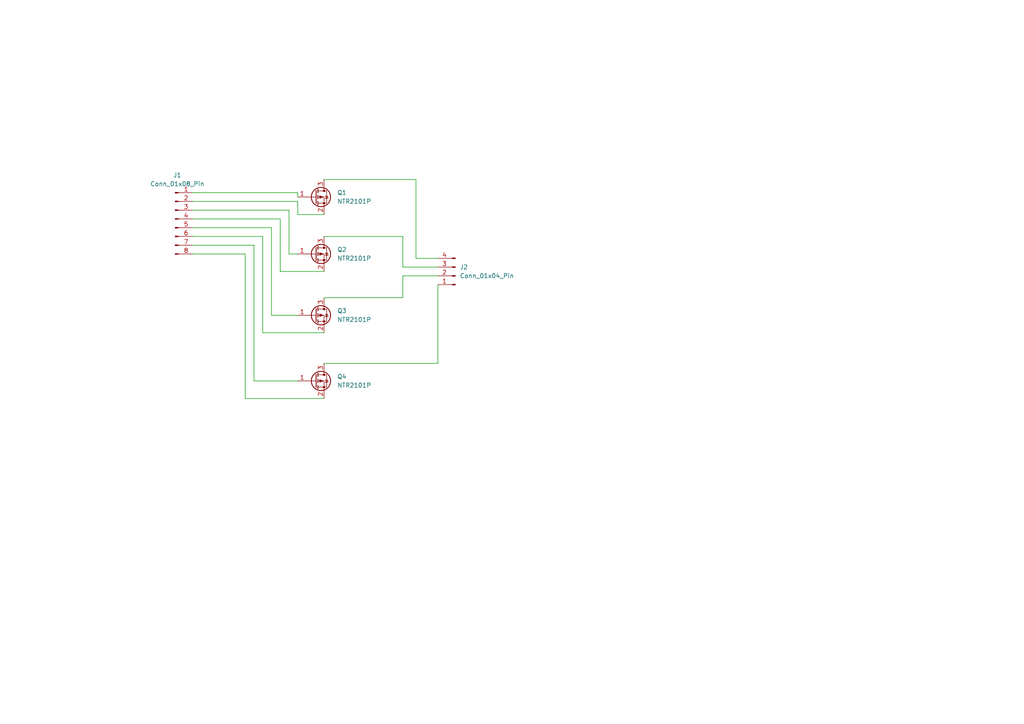
<source format=kicad_sch>
(kicad_sch (version 20250114) (generator "eeschema") (generator_version "9.0")
  (paper "A4")
  (lib_symbols
    (symbol "Connector:Conn_01x04_Pin" (pin_names (offset 1.016) (hide yes))
      (property "Reference" "J" (at 0 5.08 0))
      (property "Value" "Conn_01x04_Pin" (at 0 -7.62 0))
      (symbol "Conn_01x04_Pin_1_1"
        (rectangle (start 0.8636 2.667) (end 0 2.413) (stroke (width 0.1524)) (fill (type outline)))
        (rectangle (start 0.8636 0.127) (end 0 -0.127) (stroke (width 0.1524)) (fill (type outline)))
        (rectangle (start 0.8636 -2.413) (end 0 -2.667) (stroke (width 0.1524)) (fill (type outline)))
        (rectangle (start 0.8636 -4.953) (end 0 -5.207) (stroke (width 0.1524)) (fill (type outline)))
        (polyline (pts (xy 1.27 2.54) (xy 0.8636 2.54)) (stroke (width 0.1524)))
        (polyline (pts (xy 1.27 0) (xy 0.8636 0)) (stroke (width 0.1524)))
        (polyline (pts (xy 1.27 -2.54) (xy 0.8636 -2.54)) (stroke (width 0.1524)))
        (polyline (pts (xy 1.27 -5.08) (xy 0.8636 -5.08)) (stroke (width 0.1524)))
        (pin passive line (at 5.08 2.54 180) (length 3.81) (name "Pin_1") (number "1"))
        (pin passive line (at 5.08 0 180) (length 3.81) (name "Pin_2") (number "2"))
        (pin passive line (at 5.08 -2.54 180) (length 3.81) (name "Pin_3") (number "3"))
        (pin passive line (at 5.08 -5.08 180) (length 3.81) (name "Pin_4") (number "4"))
      )
    )
    (symbol "Connector:Conn_01x08_Pin" (pin_names (offset 1.016) (hide yes))
      (property "Reference" "J" (at 0 10.16 0))
      (property "Value" "Conn_01x08_Pin" (at 0 -12.7 0))
      (symbol "Conn_01x08_Pin_1_1"
        (rectangle (start 0.8636 7.747) (end 0 7.493) (stroke (width 0.1524)) (fill (type outline)))
        (rectangle (start 0.8636 5.207) (end 0 4.953) (stroke (width 0.1524)) (fill (type outline)))
        (rectangle (start 0.8636 2.667) (end 0 2.413) (stroke (width 0.1524)) (fill (type outline)))
        (rectangle (start 0.8636 0.127) (end 0 -0.127) (stroke (width 0.1524)) (fill (type outline)))
        (rectangle (start 0.8636 -2.413) (end 0 -2.667) (stroke (width 0.1524)) (fill (type outline)))
        (rectangle (start 0.8636 -4.953) (end 0 -5.207) (stroke (width 0.1524)) (fill (type outline)))
        (rectangle (start 0.8636 -7.493) (end 0 -7.747) (stroke (width 0.1524)) (fill (type outline)))
        (rectangle (start 0.8636 -10.033) (end 0 -10.287) (stroke (width 0.1524)) (fill (type outline)))
        (polyline (pts (xy 1.27 7.62) (xy 0.8636 7.62)) (stroke (width 0.1524)))
        (polyline (pts (xy 1.27 5.08) (xy 0.8636 5.08)) (stroke (width 0.1524)))
        (polyline (pts (xy 1.27 2.54) (xy 0.8636 2.54)) (stroke (width 0.1524)))
        (polyline (pts (xy 1.27 0) (xy 0.8636 0)) (stroke (width 0.1524)))
        (polyline (pts (xy 1.27 -2.54) (xy 0.8636 -2.54)) (stroke (width 0.1524)))
        (polyline (pts (xy 1.27 -5.08) (xy 0.8636 -5.08)) (stroke (width 0.1524)))
        (polyline (pts (xy 1.27 -7.62) (xy 0.8636 -7.62)) (stroke (width 0.1524)))
        (polyline (pts (xy 1.27 -10.16) (xy 0.8636 -10.16)) (stroke (width 0.1524)))
        (pin passive line (at 5.08 7.62 180) (length 3.81) (name "Pin_1") (number "1"))
        (pin passive line (at 5.08 5.08 180) (length 3.81) (name "Pin_2") (number "2"))
        (pin passive line (at 5.08 2.54 180) (length 3.81) (name "Pin_3") (number "3"))
        (pin passive line (at 5.08 0 180) (length 3.81) (name "Pin_4") (number "4"))
        (pin passive line (at 5.08 -2.54 180) (length 3.81) (name "Pin_5") (number "5"))
        (pin passive line (at 5.08 -5.08 180) (length 3.81) (name "Pin_6") (number "6"))
        (pin passive line (at 5.08 -7.62 180) (length 3.81) (name "Pin_7") (number "7"))
        (pin passive line (at 5.08 -10.16 180) (length 3.81) (name "Pin_8") (number "8"))
      )
    )
    (symbol "Transistor_FET:NTR2101P" (pin_names (hide yes))
      (property "Reference" "Q" (at 5.08 1.905 0))
      (property "Value" "NTR2101P" (at 5.08 0 0))
      (symbol "NTR2101P_0_1"
        (polyline (pts (xy 0.254 1.905) (xy 0.254 -1.905)) (stroke (width 0.254)))
        (polyline (pts (xy 0.254 0) (xy -2.54 0)))
        (polyline (pts (xy 0.762 2.286) (xy 0.762 1.27)) (stroke (width 0.254)))
        (polyline (pts (xy 0.762 1.778) (xy 3.302 1.778) (xy 3.302 -1.778) (xy 0.762 -1.778)))
        (polyline (pts (xy 0.762 0.508) (xy 0.762 -0.508)) (stroke (width 0.254)))
        (polyline (pts (xy 0.762 -1.27) (xy 0.762 -2.286)) (stroke (width 0.254)))
        (circle (center 1.651 0) (radius 2.794) (stroke (width 0.254)))
        (polyline (pts (xy 2.286 0) (xy 1.27 0.381) (xy 1.27 -0.381) (xy 2.286 0)) (fill (type outline)))
        (polyline (pts (xy 2.54 2.54) (xy 2.54 1.778)))
        (circle (center 2.54 1.778) (radius 0.254) (fill (type outline)))
        (circle (center 2.54 -1.778) (radius 0.254) (fill (type outline)))
        (polyline (pts (xy 2.54 -2.54) (xy 2.54 0) (xy 0.762 0)))
        (polyline (pts (xy 2.794 -0.508) (xy 2.921 -0.381) (xy 3.683 -0.381) (xy 3.81 -0.254)))
        (polyline (pts (xy 3.302 -0.381) (xy 2.921 0.254) (xy 3.683 0.254) (xy 3.302 -0.381)))
      )
      (symbol "NTR2101P_1_1"
        (pin input line (at -5.08 0 0) (length 2.54) (name "G") (number "1"))
        (pin passive line (at 2.54 5.08 270) (length 2.54) (name "D") (number "3"))
        (pin passive line (at 2.54 -5.08 90) (length 2.54) (name "S") (number "2"))
      )
    )
  )
  (wire (pts (xy 76.2 68.58) (xy 76.2 96.52)))
  (wire (pts (xy 73.66 110.49) (xy 86.36 110.49)))
  (wire (pts (xy 78.74 66.04) (xy 78.74 91.44)))
  (wire (pts (xy 81.28 78.74) (xy 93.98 78.74)))
  (wire (pts (xy 55.88 68.58) (xy 76.2 68.58)))
  (wire (pts (xy 76.2 96.52) (xy 93.98 96.52)))
  (wire (pts (xy 86.36 55.88) (xy 86.36 57.15)))
  (wire (pts (xy 93.98 52.07) (xy 120.65 52.07)))
  (wire (pts (xy 116.84 80.01) (xy 127 80.01)))
  (wire (pts (xy 55.88 73.66) (xy 71.12 73.66)))
  (wire (pts (xy 55.88 55.88) (xy 86.36 55.88)))
  (wire (pts (xy 127 105.41) (xy 127 82.55)))
  (wire (pts (xy 73.66 71.12) (xy 73.66 110.49)))
  (wire (pts (xy 93.98 68.58) (xy 116.84 68.58)))
  (wire (pts (xy 116.84 68.58) (xy 116.84 77.47)))
  (wire (pts (xy 86.36 58.42) (xy 86.36 62.23)))
  (wire (pts (xy 55.88 60.96) (xy 83.82 60.96)))
  (wire (pts (xy 71.12 73.66) (xy 71.12 115.57)))
  (wire (pts (xy 83.82 60.96) (xy 83.82 73.66)))
  (wire (pts (xy 55.88 71.12) (xy 73.66 71.12)))
  (wire (pts (xy 83.82 73.66) (xy 86.36 73.66)))
  (wire (pts (xy 71.12 115.57) (xy 93.98 115.57)))
  (wire (pts (xy 81.28 63.5) (xy 81.28 78.74)))
  (wire (pts (xy 86.36 62.23) (xy 93.98 62.23)))
  (wire (pts (xy 55.88 63.5) (xy 81.28 63.5)))
  (wire (pts (xy 93.98 86.36) (xy 116.84 86.36)))
  (wire (pts (xy 93.98 105.41) (xy 127 105.41)))
  (wire (pts (xy 55.88 66.04) (xy 78.74 66.04)))
  (wire (pts (xy 116.84 77.47) (xy 127 77.47)))
  (wire (pts (xy 55.88 58.42) (xy 86.36 58.42)))
  (wire (pts (xy 120.65 74.93) (xy 127 74.93)))
  (wire (pts (xy 120.65 52.07) (xy 120.65 74.93)))
  (wire (pts (xy 116.84 86.36) (xy 116.84 80.01)))
  (wire (pts (xy 78.74 91.44) (xy 86.36 91.44)))
  (symbol (lib_id "Transistor_FET:NTR2101P") (at 91.44 110.49 0) (unit 1)
    (property "Reference" "Q4" (at 97.79 109.2199 0) (effects (justify left)))
    (property "Value" "NTR2101P" (at 97.79 111.7599 0) (effects (justify left)))
    (property "Footprint" "Package_TO_SOT_SMD:SOT-23" (effects (hide yes)))
    (property "Datasheet" "http://www.onsemi.com/pub/Collateral/NTR2101P-D.PDF" (effects (hide yes)))
    (property "Description" "-3.7A Id, -8V Vds, P-Channel MOSFET, SOT-23" (effects (hide yes)))
  )
  (symbol (lib_id "Connector:Conn_01x04_Pin") (at 132.08 80.01 180) (unit 1)
    (property "Reference" "J2" (at 133.35 77.4699 0) (effects (justify right)))
    (property "Value" "Conn_01x04_Pin" (at 133.35 80.0099 0) (effects (justify right)))
    (property "Footprint" "Connector_PinHeader_2.54mm:PinHeader_1x04_P2.54mm_Vertical" (effects (hide yes)))
    (property "Description" "Generic connector, single row, 01x04, script generated" (effects (hide yes)))
  )
  (symbol (lib_id "Transistor_FET:NTR2101P") (at 91.44 57.15 0) (unit 1)
    (property "Reference" "Q1" (at 97.79 55.8799 0) (effects (justify left)))
    (property "Value" "NTR2101P" (at 97.79 58.4199 0) (effects (justify left)))
    (property "Footprint" "Package_TO_SOT_SMD:SOT-23" (effects (hide yes)))
    (property "Datasheet" "http://www.onsemi.com/pub/Collateral/NTR2101P-D.PDF" (effects (hide yes)))
    (property "Description" "-3.7A Id, -8V Vds, P-Channel MOSFET, SOT-23" (effects (hide yes)))
  )
  (symbol (lib_id "Connector:Conn_01x08_Pin") (at 50.8 63.5 0) (unit 1)
    (property "Reference" "J1" (at 51.435 50.8 0))
    (property "Value" "Conn_01x08_Pin" (at 51.435 53.34 0))
    (property "Footprint" "Connector_PinHeader_2.54mm:PinHeader_1x08_P2.54mm_Vertical" (effects (hide yes)))
    (property "Description" "Generic connector, single row, 01x08, script generated" (effects (hide yes)))
  )
  (symbol (lib_id "Transistor_FET:NTR2101P") (at 91.44 91.44 0) (unit 1)
    (property "Reference" "Q3" (at 97.79 90.1699 0) (effects (justify left)))
    (property "Value" "NTR2101P" (at 97.79 92.7099 0) (effects (justify left)))
    (property "Footprint" "Package_TO_SOT_SMD:SOT-23" (effects (hide yes)))
    (property "Datasheet" "http://www.onsemi.com/pub/Collateral/NTR2101P-D.PDF" (effects (hide yes)))
    (property "Description" "-3.7A Id, -8V Vds, P-Channel MOSFET, SOT-23" (effects (hide yes)))
  )
  (symbol (lib_id "Transistor_FET:NTR2101P") (at 91.44 73.66 0) (unit 1)
    (property "Reference" "Q2" (at 97.79 72.3899 0) (effects (justify left)))
    (property "Value" "NTR2101P" (at 97.79 74.9299 0) (effects (justify left)))
    (property "Footprint" "Package_TO_SOT_SMD:SOT-23" (effects (hide yes)))
    (property "Datasheet" "http://www.onsemi.com/pub/Collateral/NTR2101P-D.PDF" (effects (hide yes)))
    (property "Description" "-3.7A Id, -8V Vds, P-Channel MOSFET, SOT-23" (effects (hide yes)))
  )
)
</source>
